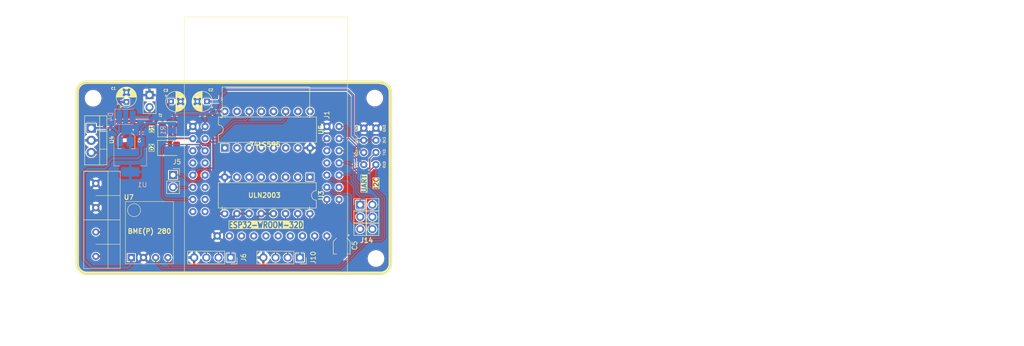
<source format=kicad_pcb>
(kicad_pcb (version 20240108) (generator "pcbnew") (generator_version "8.0")
  (layers (0 "F.Cu" signal) (31 "B.Cu" signal) (34 "B.Paste" user) (35 "F.Paste" user) (36 "B.SilkS" user "B.Silkscreen") (37 "F.SilkS" user "F.Silkscreen") (38 "B.Mask" user) (39 "F.Mask" user) (44 "Edge.Cuts" user))
  (net 0 "")
  (net 1 "GND")
  (net 2 "+3V3")
  (net 3 "+5V")
  (net 4 "/RXD")
  (net 5 "/TXD")
  (net 6 "/SDA")
  (net 7 "/OUT2")
  (net 8 "/SCL")
  (net 9 "/OUT1")
  (net 10 "/EN")
  (net 11 "/SOURCE2")
  (net 12 "/SOURCE1")
  (net 13 "/SOURCE3")
  (net 14 "/VDC")
  (net 15 "/DAC1")
  (net 16 "/DAC2")
  (net 17 "/GPIO13")
  (net 18 "/GPIO19")
  (net 19 "/GPIO17")
  (net 20 "/GPIO5")
  (net 21 "/GPIO18")
  (net 22 "/GPIO36")
  (net 23 "/ADC2_CH3")
  (net 24 "/GPIO32")
  (net 25 "/GPIO34")
  (net 26 "/SD_DATA1")
  (net 27 "/SD_DATA2")
  (net 28 "/SD_CLK")
  (net 29 "/SD_CMD")
  (net 30 "/SD_DATA3")
  (net 31 "/ADC2_CH0")
  (net 32 "/GPIO23")
  (net 33 "/SD_DATA0")
  (net 34 "/GPIO27")
  (net 35 "/ADC2_CH2")
  (net 36 "/BOOT")
  (net 37 "/GPIO39")
  (net 38 "/SOURCE4")
  (net 39 "/SOURCE5")
  (net 40 "/OE")
  (net 41 "/RCLK")
  (net 43 "/SRCLR")
  (net 44 "/SRCLK")
  (net 45 "/SER")
  (net 46 "/I1")
  (net 48 "/I3")
  (net 49 "/I6")
  (net 50 "/I7")
  (net 51 "/I5")
  (net 52 "/OUT3")
  (net 54 "/VIN")
  (footprint "Capacitor_THT:CP_Radial_D4.0mm_P2.00mm" (layer "F.Cu") (at 107 43.95 180)
    (property "Reference" "C2" (at -0.8 2.4 180) (layer "F.SilkS") (effects (font (size 0.5 0.5) (thickness 0.125))))
    (property "Value" "1uF")
    (pad "1" thru_hole rect (at 0 0 180) (size 1.2 1.2) (drill 0.6) (layers "*.Cu" "*.Mask") (net 2 "+3V3"))
    (pad "2" thru_hole circle (at 2 0 180) (size 1.2 1.2) (drill 0.6) (layers "*.Cu" "*.Mask") (net 1 "GND"))
  )
  (footprint "LED_SMD:LED_1210_3225Metric_Pad1.42x2.65mm_HandSolder" (layer "F.Cu") (at 99.1525 53.65)
    (property "Reference" "D2" (at -3.2 0 90) (layer "F.SilkS" knockout) (effects (font (size 0.8 0.8) (thickness 0.2) (bold yes)) (justify bottom)))
    (property "Value" "STATUS")
    (pad "1" smd roundrect (at -1.4875 0) (size 1.425 2.65) (layers "F.Cu" "F.Paste" "F.Mask") (roundrect_rratio 0.175439) (net 1 "GND"))
    (pad "2" smd roundrect (at 1.4875 0) (size 1.425 2.65) (layers "F.Cu" "F.Paste" "F.Mask") (roundrect_rratio 0.175439) (net 25 "/GPIO34"))
  )
  (footprint "Capacitor_SMD:CP_Elec_3x5.3" (layer "F.Cu") (at 90.2 52.05 -90)
    (property "Reference" "C4" (at 0 -2.7 90) (layer "F.SilkS") (effects (font (size 0.5 0.5) (thickness 0.125))))
    (property "Value" "0.1uF")
    (pad "1" smd rect (at -1.5 0 270) (size 2.2 1.6) (layers "F.Cu" "F.Paste" "F.Mask") (net 10 "/EN"))
    (pad "2" smd rect (at 1.5 0 270) (size 2.2 1.6) (layers "F.Cu" "F.Paste" "F.Mask") (net 1 "GND"))
  )
  (footprint "Alexander Footprints Library:ESP32-WROOM-Adapter-Socket-2" (layer "F.Cu") (at 119.3 56.79)
    (property "Reference" "J1" (at 12.7 -10.04 90) (layer "F.SilkS"))
    (property "Value" "~")
    (fp_text user "ESP32-WROOM-32D" (at 0 12.96 0) (layer "F.SilkS" knockout) (effects (font (size 1.25 1) (thickness 0.25) (bold yes))))
    (pad "" thru_hole circle (at -15.24 10.16) (size 1.524 1.524) (drill 0.762) (layers "*.Cu" "*.Mask"))
    (pad "" thru_hole circle (at -12.7 10.16) (size 1.524 1.524) (drill 0.762) (layers "*.Cu" "*.Mask"))
    (pad "1" thru_hole circle (at -15.24 -7.62) (size 1.524 1.524) (drill 0.762) (layers "*.Cu" "*.Mask") (net 1 "GND"))
    (pad "2" thru_hole circle (at -12.7 -7.62) (size 1.524 1.524) (drill 0.762) (layers "*.Cu" "*.Mask") (net 2 "+3V3"))
    (pad "3" thru_hole circle (at -15.24 -5.08) (size 1.524 1.524) (drill 0.762) (layers "*.Cu" "*.Mask") (net 10 "/EN"))
    (pad "4" thru_hole circle (at -12.7 -5.08) (size 1.524 1.524) (drill 0.762) (layers "*.Cu" "*.Mask") (net 22 "/GPIO36"))
    (pad "5" thru_hole circle (at -15.24 -2.54) (size 1.524 1.524) (drill 0.762) (layers "*.Cu" "*.Mask") (net 37 "/GPIO39"))
    (pad "6" thru_hole circle (at -12.7 -2.54) (size 1.524 1.524) (drill 0.762) (layers "*.Cu" "*.Mask") (net 25 "/GPIO34"))
    (pad "7" thru_hole circle (at -15.24 0) (size 1.524 1.524) (drill 0.762) (layers "*.Cu" "*.Mask") (net 52 "/OUT3"))
    (pad "8" thru_hole circle (at -12.7 0) (size 1.524 1.524) (drill 0.762) (layers "*.Cu" "*.Mask") (net 24 "/GPIO32"))
    (pad "9" thru_hole circle (at -15.24 2.54) (size 1.524 1.524) (drill 0.762) (layers "*.Cu" "*.Mask") (net 44 "/SRCLK"))
    (pad "10" thru_hole circle (at -12.7 2.54) (size 1.524 1.524) (drill 0.762) (layers "*.Cu" "*.Mask") (net 15 "/DAC1"))
    (pad "11" thru_hole circle (at -15.24 5.08) (size 1.524 1.524) (drill 0.762) (layers "*.Cu" "*.Mask") (net 16 "/DAC2"))
    (pad "12" thru_hole circle (at -12.7 5.08) (size 1.524 1.524) (drill 0.762) (layers "*.Cu" "*.Mask") (net 34 "/GPIO27"))
    (pad "13" thru_hole circle (at -15.24 7.62) (size 1.524 1.524) (drill 0.762) (layers "*.Cu" "*.Mask") (net 45 "/SER"))
    (pad "14" thru_hole circle (at -12.7 7.62) (size 1.524 1.524) (drill 0.762) (layers "*.Cu" "*.Mask") (net 7 "/OUT2"))
    (pad "15" thru_hole circle (at -10.16 15.24 90) (size 1.524 1.524) (drill 0.762) (layers "*.Cu" "*.Mask") (net 1 "GND"))
    (pad "16" thru_hole circle (at -7.62 15.24 90) (size 1.524 1.524) (drill 0.762) (layers "*.Cu" "*.Mask") (net 17 "/GPIO13"))
    (pad "17" thru_hole circle (at -5.08 15.24 90) (size 1.524 1.524) (drill 0.762) (layers "*.Cu" "*.Mask") (net 27 "/SD_DATA2"))
    (pad "18" thru_hole circle (at -2.54 15.24 90) (size 1.524 1.524) (drill 0.762) (layers "*.Cu" "*.Mask") (net 30 "/SD_DATA3"))
    (pad "19" thru_hole circle (at 0 15.24 90) (size 1.524 1.524) (drill 0.762) (layers "*.Cu" "*.Mask") (net 29 "/SD_CMD"))
    (pad "20" thru_hole circle (at 2.54 15.24 90) (size 1.524 1.524) (drill 0.762) (layers "*.Cu" "*.Mask") (net 28 "/SD_CLK"))
    (pad "21" thru_hole circle (at 5.08 15.24 90) (size 1.524 1.524) (drill 0.762) (layers "*.Cu" "*.Mask") (net 33 "/SD_DATA0"))
    (pad "22" thru_hole circle (at 7.62 15.24 90) (size 1.524 1.524) (drill 0.762) (layers "*.Cu" "*.Mask") (net 26 "/SD_DATA1"))
    (pad "23" thru_hole circle (at 10.16 15.24 90) (size 1.524 1.524) (drill 0.762) (layers "*.Cu" "*.Mask") (net 23 "/ADC2_CH3"))
    (pad "24" thru_hole circle (at 12.7 15.24 90) (size 1.524 1.524) (drill 0.762) (layers "*.Cu" "*.Mask") (net 35 "/ADC2_CH2"))
    (pad "25" thru_hole circle (at 15.24 7.62) (size 1.524 1.524) (drill 0.762) (layers "*.Cu" "*.Mask") (net 36 "/BOOT"))
    (pad "26" thru_hole circle (at 12.7 7.62) (size 1.524 1.524) (drill 0.762) (layers "*.Cu" "*.Mask") (net 31 "/ADC2_CH0"))
    (pad "27" thru_hole circle (at 15.24 5.08) (size 1.524 1.524) (drill 0.762) (layers "*.Cu" "*.Mask") (net 9 "/OUT1"))
    (pad "28" thru_hole circle (at 12.7 5.08) (size 1.524 1.524) (drill 0.762) (layers "*.Cu" "*.Mask") (net 19 "/GPIO17"))
    (pad "29" thru_hole circle (at 15.24 2.54) (size 1.524 1.524) (drill 0.762) (layers "*.Cu" "*.Mask") (net 20 "/GPIO5"))
    (pad "30" thru_hole circle (at 12.7 2.54) (size 1.524 1.524) (drill 0.762) (layers "*.Cu" "*.Mask") (net 21 "/GPIO18"))
    (pad "31" thru_hole circle (at 15.24 0) (size 1.524 1.524) (drill 0.762) (layers "*.Cu" "*.Mask") (net 18 "/GPIO19"))
    (pad "32" thru_hole circle (at 12.7 0) (size 1.524 1.524) (drill 0.762) (layers "*.Cu" "*.Mask"))
    (pad "33" thru_hole circle (at 15.24 -2.54) (size 1.524 1.524) (drill 0.762) (layers "*.Cu" "*.Mask") (net 6 "/SDA"))
    (pad "34" thru_hole circle (at 12.7 -2.54) (size 1.524 1.524) (drill 0.762) (layers "*.Cu" "*.Mask") (net 4 "/RXD"))
    (pad "35" thru_hole circle (at 15.24 -5.08) (size 1.524 1.524) (drill 0.762) (layers "*.Cu" "*.Mask") (net 5 "/TXD"))
    (pad "36" thru_hole circle (at 12.7 -5.08) (size 1.524 1.524) (drill 0.762) (layers "*.Cu" "*.Mask") (net 8 "/SCL"))
    (pad "37" thru_hole circle (at 15.24 -7.62) (size 1.524 1.524) (drill 0.762) (layers "*.Cu" "*.Mask") (net 32 "/GPIO23"))
    (pad "38" thru_hole circle (at 12.7 -7.62) (size 1.524 1.524) (drill 0.762) (layers "*.Cu" "*.Mask") (net 1 "GND"))
  )
  (footprint "MountingHole:MountingHole_3mm" (layer "F.Cu") (at 142 43.25)
    (property "Reference" "H1" (hide yes))
    (property "Value" "MountingHole_Pad")
    (pad "" np_thru_hole circle (at 0 0) (size 3 3) (drill 3) (layers "*.Cu" "*.Mask"))
  )
  (footprint "MountingHole:MountingHole_3mm" (layer "F.Cu") (at 83.25 43.28)
    (property "Reference" "H2" (hide yes))
    (property "Value" "MountingHole_Pad")
    (pad "" np_thru_hole circle (at 0 0) (size 3 3) (drill 3) (layers "*.Cu" "*.Mask"))
  )
  (footprint "Package_DIP:DIP-16_W7.62mm" (layer "F.Cu") (at 128.475 59.75 -90)
    (property "Reference" "U3" (at 3.81 -2.33 90) (layer "F.SilkS") (effects (font (thickness 0.2) (bold yes))))
    (property "Value" "ULN2003")
    (pad "1" thru_hole rect (at 0 0 270) (size 1.6 1.6) (drill 0.8) (layers "*.Cu" "*.Mask") (net 49 "/I6"))
    (pad "2" thru_hole oval (at 0 2.54 270) (size 1.6 1.6) (drill 0.8) (layers "*.Cu" "*.Mask") (net 46 "/I1"))
    (pad "3" thru_hole oval (at 0 5.08 270) (size 1.6 1.6) (drill 0.8) (layers "*.Cu" "*.Mask") (net 48 "/I3"))
    (pad "4" thru_hole oval (at 0 7.62 270) (size 1.6 1.6) (drill 0.8) (layers "*.Cu" "*.Mask") (net 51 "/I5"))
    (pad "5" thru_hole oval (at 0 10.16 270) (size 1.6 1.6) (drill 0.8) (layers "*.Cu" "*.Mask") (net 51 "/I5"))
    (pad "6" thru_hole oval (at 0 12.7 270) (size 1.6 1.6) (drill 0.8) (layers "*.Cu" "*.Mask") (net 50 "/I7"))
    (pad "7" thru_hole oval (at 0 15.24 270) (size 1.6 1.6) (drill 0.8) (layers "*.Cu" "*.Mask") (net 50 "/I7"))
    (pad "8" thru_hole oval (at 0 17.78 270) (size 1.6 1.6) (drill 0.8) (layers "*.Cu" "*.Mask") (net 1 "GND"))
    (pad "9" thru_hole oval (at 7.62 17.78 270) (size 1.6 1.6) (drill 0.8) (layers "*.Cu" "*.Mask") (net 3 "+5V"))
    (pad "10" thru_hole oval (at 7.62 15.24 270) (size 1.6 1.6) (drill 0.8) (layers "*.Cu" "*.Mask") (net 11 "/SOURCE2"))
    (pad "11" thru_hole oval (at 7.62 12.7 270) (size 1.6 1.6) (drill 0.8) (layers "*.Cu" "*.Mask") (net 11 "/SOURCE2"))
    (pad "12" thru_hole oval (at 7.62 10.16 270) (size 1.6 1.6) (drill 0.8) (layers "*.Cu" "*.Mask") (net 12 "/SOURCE1"))
    (pad "13" thru_hole oval (at 7.62 7.62 270) (size 1.6 1.6) (drill 0.8) (layers "*.Cu" "*.Mask") (net 12 "/SOURCE1"))
    (pad "14" thru_hole oval (at 7.62 5.08 270) (size 1.6 1.6) (drill 0.8) (layers "*.Cu" "*.Mask") (net 39 "/SOURCE5"))
    (pad "15" thru_hole oval (at 7.62 2.54 270) (size 1.6 1.6) (drill 0.8) (layers "*.Cu" "*.Mask") (net 38 "/SOURCE4"))
    (pad "16" thru_hole oval (at 7.62 0 270) (size 1.6 1.6) (drill 0.8) (layers "*.Cu" "*.Mask") (net 13 "/SOURCE3"))
  )
  (footprint "Alexander Footprints Library:Conn_Terminal_5mm" (layer "F.Cu") (at 83.82 53.44)
    (property "Reference" "J9" (hide yes))
    (property "Value" "Conn_01x02_Socket")
    (pad "1" thru_hole circle (at 0 7.62) (size 1.524 1.524) (drill 0.762) (layers "*.Cu" "*.Mask") (net 1 "GND"))
    (pad "2" thru_hole circle (at 0 12.7) (size 1.524 1.524) (drill 0.762) (layers "*.Cu" "*.Mask") (net 1 "GND"))
  )
  (footprint "Package_DIP:DIP-16_W7.62mm" (layer "F.Cu") (at 110.725 53.65 90)
    (property "Reference" "U5" (at 3.8 20.075 -90) (layer "F.SilkS") (effects (font (thickness 0.2) (bold yes))))
    (property "Value" "74LS595")
    (pad "1" thru_hole rect (at 0 0 90) (size 1.6 1.6) (drill 0.8) (layers "*.Cu" "*.Mask") (net 46 "/I1"))
    (pad "2" thru_hole oval (at 0 2.54 90) (size 1.6 1.6) (drill 0.8) (layers "*.Cu" "*.Mask") (net 50 "/I7"))
    (pad "3" thru_hole oval (at 0 5.08 90) (size 1.6 1.6) (drill 0.8) (layers "*.Cu" "*.Mask") (net 50 "/I7"))
    (pad "4" thru_hole oval (at 0 7.62 90) (size 1.6 1.6) (drill 0.8) (layers "*.Cu" "*.Mask") (net 51 "/I5"))
    (pad "5" thru_hole oval (at 0 10.16 90) (size 1.6 1.6) (drill 0.8) (layers "*.Cu" "*.Mask") (net 51 "/I5"))
    (pad "6" thru_hole oval (at 0 12.7 90) (size 1.6 1.6) (drill 0.8) (layers "*.Cu" "*.Mask") (net 48 "/I3"))
    (pad "7" thru_hole oval (at 0 15.24 90) (size 1.6 1.6) (drill 0.8) (layers "*.Cu" "*.Mask") (net 49 "/I6"))
    (pad "8" thru_hole oval (at 0 17.78 90) (size 1.6 1.6) (drill 0.8) (layers "*.Cu" "*.Mask") (net 1 "GND"))
    (pad "9" thru_hole oval (at 7.62 17.78 90) (size 1.6 1.6) (drill 0.8) (layers "*.Cu" "*.Mask"))
    (pad "10" thru_hole oval (at 7.62 15.24 90) (size 1.6 1.6) (drill 0.8) (layers "*.Cu" "*.Mask") (net 43 "/SRCLR"))
    (pad "11" thru_hole oval (at 7.62 12.7 90) (size 1.6 1.6) (drill 0.8) (layers "*.Cu" "*.Mask") (net 44 "/SRCLK"))
    (pad "12" thru_hole oval (at 7.62 10.16 90) (size 1.6 1.6) (drill 0.8) (layers "*.Cu" "*.Mask") (net 41 "/RCLK"))
    (pad "13" thru_hole oval (at 7.62 7.62 90) (size 1.6 1.6) (drill 0.8) (layers "*.Cu" "*.Mask") (net 40 "/OE"))
    (pad "14" thru_hole oval (at 7.62 5.08 90) (size 1.6 1.6) (drill 0.8) (layers "*.Cu" "*.Mask") (net 45 "/SER"))
    (pad "15" thru_hole oval (at 7.62 2.54 90) (size 1.6 1.6) (drill 0.8) (layers "*.Cu" "*.Mask"))
    (pad "16" thru_hole oval (at 7.62 0 90) (size 1.6 1.6) (drill 0.8) (layers "*.Cu" "*.Mask") (net 3 "+5V"))
  )
  (footprint "Connector_PinSocket_2.54mm:PinSocket_1x02_P2.54mm_Vertical" (layer "F.Cu") (at 95.025 42.6)
    (property "Reference" "J2" (at 2.275 4.25 90) (layer "F.SilkS") (effects (font (size 0.5 0.5) (thickness 0.125))))
    (property "Value" "PWR")
    (pad "1" thru_hole rect (at 0 0) (size 1.7 1.7) (drill 1) (layers "*.Cu" "*.Mask") (net 1 "GND"))
    (pad "2" thru_hole oval (at 0 2.54) (size 1.7 1.7) (drill 1) (layers "*.Cu" "*.Mask") (net 14 "/VDC"))
  )
  (footprint "Connector_PinSocket_2.54mm:PinSocket_1x04_P2.54mm_Vertical" (layer "F.Cu") (at 111.94 76.55 -90)
    (property "Reference" "J6" (at 0 -2.7 -90) (layer "F.SilkS"))
    (property "Value" "SOURCE")
    (pad "1" thru_hole rect (at 0 0 270) (size 1.7 1.7) (drill 1) (layers "*.Cu" "*.Mask") (net 13 "/SOURCE3"))
    (pad "2" thru_hole oval (at 0 2.54 270) (size 1.7 1.7) (drill 1) (layers "*.Cu" "*.Mask") (net 38 "/SOURCE4"))
    (pad "3" thru_hole oval (at 0 5.08 270) (size 1.7 1.7) (drill 1) (layers "*.Cu" "*.Mask") (net 39 "/SOURCE5"))
    (pad "4" thru_hole oval (at 0 7.62 270) (size 1.7 1.7) (drill 1) (layers "*.Cu" "*.Mask") (net 1 "GND"))
  )
  (footprint "Connector_PinSocket_2.54mm:PinSocket_1x04_P2.54mm_Vertical" (layer "F.Cu") (at 126.38 76.55 -90)
    (property "Reference" "J10" (at 0 -2.77 90) (layer "F.SilkS"))
    (property "Value" "ADC")
    (pad "1" thru_hole rect (at 0 0 270) (size 1.7 1.7) (drill 1) (layers "*.Cu" "*.Mask") (net 35 "/ADC2_CH2"))
    (pad "2" thru_hole oval (at 0 2.54 270) (size 1.7 1.7) (drill 1) (layers "*.Cu" "*.Mask") (net 23 "/ADC2_CH3"))
    (pad "3" thru_hole oval (at 0 5.08 270) (size 1.7 1.7) (drill 1) (layers "*.Cu" "*.Mask") (net 31 "/ADC2_CH0"))
    (pad "4" thru_hole oval (at 0 7.62 270) (size 1.7 1.7) (drill 1) (layers "*.Cu" "*.Mask") (net 1 "GND"))
  )
  (footprint "Capacitor_SMD:CP_Elec_3x5.3" (layer "F.Cu") (at 135.1 74.05 -90)
    (property "Reference" "C5" (at 0 -2.7 90) (layer "F.SilkS"))
    (property "Value" "0.1uF")
    (pad "1" smd rect (at -1.5 0 270) (size 2.2 1.6) (layers "F.Cu" "F.Paste" "F.Mask") (net 36 "/BOOT"))
    (pad "2" smd rect (at 1.5 0 270) (size 2.2 1.6) (layers "F.Cu" "F.Paste" "F.Mask") (net 1 "GND"))
  )
  (footprint "Capacitor_THT:CP_Radial_D4.0mm_P2.00mm" (layer "F.Cu") (at 99.5 43.95)
    (property "Reference" "C3" (at -1.1 -2.3 0) (layer "F.SilkS") (effects (font (size 0.5 0.5) (thickness 0.125))))
    (property "Value" "1uF")
    (pad "1" thru_hole rect (at 0 0) (size 1.2 1.2) (drill 0.6) (layers "*.Cu" "*.Mask") (net 3 "+5V"))
    (pad "2" thru_hole circle (at 2 0) (size 1.2 1.2) (drill 0.6) (layers "*.Cu" "*.Mask") (net 1 "GND"))
  )
  (footprint "Connector_PinSocket_2.54mm:PinSocket_1x02_P2.54mm_Vertical" (layer "F.Cu") (at 99.925 59.3)
    (property "Reference" "J5" (at 1.775 -2.15 0) (layer "F.SilkS") (effects (justify right bottom)))
    (property "Value" "DAC")
    (pad "1" thru_hole rect (at 0 0) (size 1.7 1.7) (drill 1) (layers "*.Cu" "*.Mask") (net 15 "/DAC1"))
    (pad "2" thru_hole oval (at 0 2.54) (size 1.7 1.7) (drill 1) (layers "*.Cu" "*.Mask") (net 16 "/DAC2"))
  )
  (footprint "Alexander Footprint Library:CONN_2x3" (layer "F.Cu") (at 138.96 60.43)
    (property "Reference" "J14" (at 1.34 13.12 0) (layer "F.SilkS") (effects (font (thickness 0.2) (bold yes)) (justify bottom)))
    (property "Value" "GPIO")
    (pad "1" thru_hole rect (at 0 5.08) (size 1.7 1.7) (drill 1) (layers "*.Cu" "*.Mask") (net 20 "/GPIO5"))
    (pad "2" thru_hole oval (at 0 7.62) (size 1.7 1.7) (drill 1) (layers "*.Cu" "*.Mask") (net 21 "/GPIO18"))
    (pad "3" thru_hole oval (at 0 10.16) (size 1.7 1.7) (drill 1) (layers "*.Cu" "*.Mask"))
    (pad "4" thru_hole oval (at 2.54 5.08) (size 1.7 1.7) (drill 1) (layers "*.Cu" "*.Mask") (net 32 "/GPIO23"))
    (pad "5" thru_hole oval (at 2.54 7.62) (size 1.7 1.7) (drill 1) (layers "*.Cu" "*.Mask") (net 18 "/GPIO19"))
    (pad "6" thru_hole oval (at 2.54 10.16) (size 1.7 1.7) (drill 1) (layers "*.Cu" "*.Mask") (net 19 "/GPIO17"))
  )
  (footprint "Alexander Footprints Library:Conn_UART" (layer "F.Cu") (at 139.7 41.9)
    (property "Reference" "J3" (hide yes))
    (property "Value" "UART")
    (fp_text user "3V3" (at 4.3 10.15 90) (layer "F.SilkS") (effects (font (size 0.5 0.5) (thickness 0.1))))
    (fp_text user "GND" (at 4.3 7.65 90) (layer "F.SilkS") (effects (font (size 0.5 0.5) (thickness 0.1))))
    (fp_text user "RXD" (at 4.3 15.25 90) (layer "F.SilkS") (effects (font (size 0.5 0.5) (thickness 0.1))))
    (fp_text user "TXD" (at 4.3 12.66 90) (layer "F.SilkS") (effects (font (size 0.5 0.5) (thickness 0.1))))
    (fp_text user "UART" (at 0.1 19.25 90) (layer "F.SilkS" knockout) (effects (font (thickness 0.2) (bold yes))))
    (pad "3V3" thru_hole circle (at 0 10.16) (size 1.524 1.524) (drill 0.762) (layers "*.Cu" "*.Mask") (net 2 "+3V3"))
    (pad "GND" thru_hole circle (at 0 7.62) (size 1.524 1.524) (drill 0.762) (layers "*.Cu" "*.Mask") (net 1 "GND"))
    (pad "RXD" thru_hole circle (at 0 15.24) (size 1.524 1.524) (drill 0.762) (layers "*.Cu" "*.Mask") (net 4 "/RXD"))
    (pad "TXD" thru_hole circle (at 0 12.7) (size 1.524 1.524) (drill 0.762) (layers "*.Cu" "*.Mask") (net 5 "/TXD"))
  )
  (footprint "Capacitor_THT:CP_Radial_D4.0mm_P2.00mm" (layer "F.Cu") (at 90.2 44.05 90)
    (property "Reference" "C1" (at 2.8 -2.7 0) (layer "F.SilkS") (effects (font (size 0.5 0.5) (thickness 0.125))))
    (property "Value" "1uF")
    (pad "1" thru_hole rect (at 0 0 90) (size 1.2 1.2) (drill 0.6) (layers "*.Cu" "*.Mask") (net 54 "/VIN"))
    (pad "2" thru_hole circle (at 2 0 90) (size 1.2 1.2) (drill 0.6) (layers "*.Cu" "*.Mask") (net 1 "GND"))
  )
  (footprint "Alexander Footprint Library:BME280_BMP280_I2C" (layer "F.Cu") (at 90 77.85 90)
    (property "Reference" "U7" (at 13.9 0.7 0) (layer "F.SilkS") (effects (font (thickness 0.2) (bold yes))))
    (property "Value" "BME(P)280")
    (fp_text user "BME(P) 280" (at 6.8 5 0) (layer "F.SilkS") (effects (font (thickness 0.2) (bold yes))))
    (pad "1" thru_hole rect (at 1.3 1.22 90) (size 1.524 1.524) (drill 0.762) (layers "*.Cu" "*.Mask") (net 2 "+3V3"))
    (pad "2" thru_hole circle (at 1.3 3.76 90) (size 1.524 1.524) (drill 0.762) (layers "*.Cu" "*.Mask") (net 1 "GND"))
    (pad "3" thru_hole circle (at 1.3 6.3 90) (size 1.524 1.524) (drill 0.762) (layers "*.Cu" "*.Mask") (net 8 "/SCL"))
    (pad "4" thru_hole circle (at 1.3 8.84 90) (size 1.524 1.524) (drill 0.762) (layers "*.Cu" "*.Mask") (net 6 "/SDA"))
  )
  (footprint "Alexander Footprints Library:LD1117" (layer "F.Cu") (at 82.855 49.52 -90)
    (property "Reference" "U4" (at 3.33 -4.745 90) (layer "F.SilkS") (effects (font (size 0.8 0.8) (thickness 0.16) (bold yes)) (justify left bottom)))
    (property "Value" "L7805")
    (pad "1" thru_hole rect (at 0 0 270) (size 1.905 2) (drill 1.1) (layers "*.Cu" "*.Mask") (net 54 "/VIN"))
    (pad "2" thru_hole oval (at 2.54 0 270) (size 1.905 2) (drill 1.1) (layers "*.Cu" "*.Mask") (net 1 "GND"))
    (pad "3" thru_hole oval (at 5.08 0 270) (size 1.905 2) (drill 1.1) (layers "*.Cu" "*.Mask") (net 3 "+5V"))
  )
  (footprint "Alexander Footprints Library:Conn_I2C" (layer "F.Cu") (at 142.24 41.9)
    (property "Reference" "J4" (hide yes))
    (property "Value" "I2C")
    (fp_text user "I2C" (at 0.06 19.15 90) (layer "F.SilkS" knockout) (effects (font (thickness 0.2) (bold yes))))
    (fp_text user "SCL" (at -4.04 15.25 90) (layer "F.SilkS") (effects (font (size 0.5 0.5) (thickness 0.1))))
    (fp_text user "SDA" (at -4.04 12.766 90) (layer "F.SilkS") (effects (font (size 0.5 0.5) (thickness 0.1))))
    (fp_text user "GND" (at -4.04 7.65 90) (layer "F.SilkS") (effects (font (size 0.5 0.5) (thickness 0.1))))
    (fp_text user "Vcc" (at -4.04 10.26 90) (layer "F.SilkS") (effects (font (size 0.5 0.5) (thickness 0.1))))
    (pad "GND" thru_hole circle (at 0 7.62) (size 1.524 1.524) (drill 0.762) (layers "*.Cu" "*.Mask") (net 1 "GND"))
    (pad "SCL" thru_hole circle (at 0 15.24) (size 1.524 1.524) (drill 0.762) (layers "*.Cu" "*.Mask") (net 8 "/SCL"))
    (pad "SDA" thru_hole circle (at 0 12.7) (size 1.524 1.524) (drill 0.762) (layers "*.Cu" "*.Mask") (net 6 "/SDA"))
    (pad "Vcc" thru_hole circle (at 0 10.16) (size 1.524 1.524) (drill 0.762) (layers "*.Cu" "*.Mask") (net 2 "+3V3"))
  )
  (footprint "LED_SMD:LED_1210_3225Metric_Pad1.42x2.65mm_HandSolder" (layer "F.Cu") (at 99.2 49.75)
    (property "Reference" "D1" (at -3.2475 0 90) (layer "F.SilkS" knockout) (effects (font (size 0.8 0.8) (thickness 0.16) (bold yes)) (justify bottom)))
    (property "Value" "PWR")
    (pad "1" smd roundrect (at -1.4875 0) (size 1.425 2.65) (layers "F.Cu" "F.Paste" "F.Mask") (roundrect_rratio 0.175439) (net 1 "GND"))
    (pad "2" smd roundrect (at 1.4875 0) (size 1.425 2.65) (layers "F.Cu" "F.Paste" "F.Mask") (roundrect_rratio 0.175439) (net 2 "+3V3"))
  )
  (footprint "MountingHole:MountingHole_3mm" (layer "F.Cu") (at 142.25 76.75)
    (property "Reference" "H4" (hide yes))
    (property "Value" "MountingHole_Pad")
    (pad "" np_thru_hole circle (at 0 0) (size 3 3) (drill 3) (layers "*.Cu" "*.Mask"))
  )
  (footprint "Alexander Footprints Library:Conn_Terminal_5mm" (layer "F.Cu") (at 83.82 63.6)
    (property "Reference" "J8" (hide yes))
    (property "Value" "Conn_01x02_Socket")
    (pad "1" thru_hole circle (at 0 7.62) (size 1.524 1.524) (drill 0.762) (layers "*.Cu" "*.Mask") (net 11 "/SOURCE2"))
    (pad "2" thru_hole circle (at 0 12.7) (size 1.524 1.524) (drill 0.762) (layers "*.Cu" "*.Mask") (net 12 "/SOURCE1"))
  )
  (footprint "Resistor_SMD:R_1206_3216Metric_Pad1.30x1.75mm_HandSolder" (layer "B.Cu") (at 99.7 50 -90)
    (property "Reference" "R1" (at 0 1.82 90) (layer "B.SilkS") (effects (justify mirror)))
    (property "Value" "10K")
    (pad "1" smd roundrect (at -1.55 0 270) (size 1.3 1.75) (layers "B.Cu" "B.Paste" "B.Mask") (roundrect_rratio 0.192308) (net 2 "+3V3"))
    (pad "2" smd roundrect (at 1.55 0 270) (size 1.3 1.75) (layers "B.Cu" "B.Paste" "B.Mask") (roundrect_rratio 0.192308) (net 10 "/EN"))
  )
  (footprint "Diode_SMD:D_1210_3225Metric" (layer "B.Cu") (at 90.1 47.15)
    (property "Reference" "D4" (at -3.2 0 -90) (layer "B.SilkS") (effects (justify mirror)))
    (property "Value" "D")
    (pad "1" smd roundrect (at -1.4 0) (size 1.25 2.65) (layers "B.Cu" "B.Paste" "B.Mask") (roundrect_rratio 0.2) (net 54 "/VIN"))
    (pad "2" smd roundrect (at 1.4 0) (size 1.25 2.65) (layers "B.Cu" "B.Paste" "B.Mask") (roundrect_rratio 0.2) (net 14 "/VDC"))
  )
  (footprint "Package_TO_SOT_SMD:SOT-223-3_TabPin2" (layer "B.Cu") (at 91 55.5 -90)
    (property "Reference" "U1" (at 5.25 -3.6 0) (layer "B.SilkS") (effects (justify left top mirror)))
    (property "Value" "MAX1726EUK33")
    (pad "1" smd rect (at -3.15 2.3 270) (size 2 1.5) (layers "B.Cu" "B.Paste" "B.Mask") (net 54 "/VIN"))
    (pad "2" smd rect (at -3.15 0 270) (size 2 1.5) (layers "B.Cu" "B.Paste" "B.Mask") (net 1 "GND"))
    (pad "2" smd rect (at 3.15 0 270) (size 2 3.8) (layers "B.Cu" "B.Paste" "B.Mask") (net 1 "GND"))
    (pad "3" smd rect (at -3.15 -2.3 270) (size 2 1.5) (layers "B.Cu" "B.Paste" "B.Mask") (net 2 "+3V3"))
  )
  (gr_line (start 145.25 41.86421) (end 145.25 77.835782) (stroke (width 0.75)) (layer "F.SilkS"))
  (gr_line (start 81.914218 39.914218) (end 143.08579 39.914218) (stroke (width 0.75)) (layer "F.SilkS"))
  (gr_arc (start 145.25 77.835782) (mid 144.664218 79.25) (end 143.25 79.835782) (stroke (width 0.75)) (layer "F.SilkS"))
  (gr_line (start 79.914218 41.86421) (end 79.914218 77.835782) (stroke (width 0.75)) (layer "F.SilkS"))
  (gr_arc (start 81.914218 79.835782) (mid 80.5 79.25) (end 79.914218 77.835782) (stroke (width 0.75)) (layer "F.SilkS"))
  (gr_arc (start 143.25 40) (mid 144.664218 40.585782) (end 145.25 42) (stroke (width 0.75)) (layer "F.SilkS"))
  (gr_arc (start 79.914218 41.914218) (mid 80.5 40.5) (end 81.914218 39.914218) (stroke (width 0.75)) (layer "F.SilkS"))
  (gr_line (start 81.914214 79.835782) (end 143.085786 79.835782) (stroke (width 0.75)) (layer "F.SilkS"))
  (gr_line (start 80 42) (end 80.014214 77.985786) (stroke (width 0.1)) (layer "Edge.Cuts"))
  (gr_arc (start 143.185786 40.014214) (mid 144.6 40.6) (end 145.185786 42.014214) (stroke (width 0.1)) (layer "Edge.Cuts"))
  (gr_arc (start 82.014214 79.985786) (mid 80.6 79.4) (end 80.014214 77.985786) (stroke (width 0.1)) (layer "Edge.Cuts"))
  (gr_line (start 145.185786 42.014214) (end 145.185786 77.985786) (stroke (width 0.1)) (layer "Edge.Cuts"))
  (gr_arc (start 80 42) (mid 80.585786 40.585786) (end 82 40) (stroke (width 0.1)) (layer "Edge.Cuts"))
  (gr_line (start 82.014214 79.985786) (end 143.185786 79.985786) (stroke (width 0.1)) (layer "Edge.Cuts"))
  (gr_arc (start 145.185786 77.985786) (mid 144.6 79.4) (end 143.185786 79.985786) (stroke (width 0.1)) (layer "Edge.Cuts"))
  (gr_line (start 143.185786 40.014214) (end 82 40) (stroke (width 0.1)) (layer "Edge.Cuts"))
  (gr_text "74LS595" (at 119.057143 52.95 0) (layer "F.SilkS") (effects (font (size 1 1) (thickness 0.2) (bold yes))))
  (gr_text "ULN2003" (at 115.5 64.124 0) (layer "F.SilkS") (effects (font (size 1 1) (thickness 0.2) (bold yes)) (justify left bottom)))
  (segment (start 84.21 65.75) (end 83.82 66.14) (width 0.5) (layer "F.Cu") (net 1))
  (segment (start 103.448 50.498) (end 102.7 49.75) (width 0.25) (layer "F.Cu") (net 2))
  (segment (start 109.8 43.45) (end 109.3 43.95) (width 0.5) (layer "F.Cu") (net 2))
  (segment (start 106.6 49.17) (end 105.272 50.498) (width 0.25) (layer "F.Cu") (net 2))
  (segment (start 138.46 52.06) (end 137.4 51) (width 0.5) (layer "F.Cu") (net 2))
  (segment (start 109.3 43.95) (end 107 43.95) (width 0.5) (layer "F.Cu") (net 2))
  (segment (start 109.8 42.35) (end 109.8 43.45) (width 0.5) (layer "F.Cu") (net 2))
  (segment (start 105.272 50.498) (end 103.448 50.498) (width 0.25) (layer "F.Cu") (net 2))
  (segment (start 102.7 49.75) (end 100.6875 49.75) (width 0.25) (layer "F.Cu") (net 2))
  (segment (start 137.4 51) (end 137.4 42.6) (width 0.5) (layer "F.Cu") (net 2))
  (segment (start 137.4 42.6) (end 136.3 41.5) (width 0.5) (layer "F.Cu") (net 2))
  (segment (start 139.7 52.06) (end 138.46 52.06) (width 0.5) (layer "F.Cu") (net 2))
  (segment (start 110.65 41.5) (end 109.8 42.35) (width 0.5) (layer "F.Cu") (net 2))
  (segment (start 136.3 41.5) (end 110.65 41.5) (width 0.5) (layer "F.Cu") (net 2))
  (segment (start 107 43.95) (end 109.55 43.95) (width 0.5) (layer "B.Cu") (net 2))
  (segment (start 81.3 58.9) (end 82.15 58.05) (width 0.5) (layer "B.Cu") (net 2))
  (segment (start 100 48.45) (end 100 47.25) (width 0.5) (layer "B.Cu") (net 2))
  (segment (start 138.56 52.06) (end 139.7 52.06) (width 0.5) (layer "B.Cu") (net 2))
  (segment (start 91.22 76.55) (end 91.22 77.93) (width 0.5) (layer "B.Cu") (net 2))
  (segment (start 81.3 76.95) (end 81.3 58.9) (width 0.5) (layer "B.Cu") (net 2))
  (segment (start 137.5 51) (end 138.56 52.06) (width 0.5) (layer "B.Cu") (net 2))
  (segment (start 106.6 47.6) (end 106.6 49.17) (width 0.5) (layer "B.Cu") (net 2))
  (segment (start 139.7 52.06) (end 142.24 52.06) (width 0.5) (layer "B.Cu") (net 2))
  (segment (start 86.5 57.25) (end 86.5 56.55) (width 0.5) (layer "B.Cu") (net 2))
  (segment (start 137.5 42.75) (end 137.5 51) (width 0.5) (layer "B.Cu") (net 2))
  (segment (start 92.6 55.85) (end 93.3 55.15) (width 0.5) (layer "B.Cu") (net 2))
  (segment (start 93.3 49.55) (end 94.4 48.45) (width 0.5) (layer "B.Cu") (net 2))
  (segment (start 109.55 43.95) (end 109.75 43.75) (width 0.5) (layer "B.Cu") (net 2))
  (segment (start 85.7 58.05) (end 86.5 57.25) (width 0.5) (layer "B.Cu") (net 2))
  (segment (start 87.2 55.85) (end 92.6 55.85) (width 0.5) (layer "B.Cu") (net 2))
  (segment (start 100 47.25) (end 100.75 46.5) (width 0.5) (layer "B.Cu") (net 2))
  (segment (start 136.25 41.5) (end 137.5 42.75) (width 0.5) (layer "B.Cu") (net 2))
  (segment (start 82.15 58.05) (end 85.7 58.05) (width 0.5) (layer "B.Cu") (net 2))
  (segment (start 94.4 48.45) (end 100 48.45) (width 0.5) (layer "B.Cu") (net 2))
  (segment (start 100.75 46.5) (end 105.5 46.5) (width 0.5) (layer "B.Cu") (net 2))
  (segment (start 108.55 46.5) (end 109.75 45.3) (width 0.5) (layer "B.Cu") (net 2))
  (segment (start 105.5 46.5) (end 106.6 47.6) (width 0.5) (layer "B.Cu") (net 2))
  (segment (start 93.3 55.15) (end 93.3 52.35) (width 0.5) (layer "B.Cu") (net 2))
  (segment (start 109.75 43.75) (end 109.75 43) (width 0.5) (layer "B.Cu") (net 2))
  (segment (start 105.5 46.5) (end 108.55 46.5) (width 0.5) (layer "B.Cu") (net 2))
  (segment (start 109.75 43) (end 111.25 41.5) (width 0.5) (layer "B.Cu") (net 2))
  (segment (start 93.3 52.35) (end 93.3 49.55) (width 0.5) (layer "B.Cu") (net 2))
  (segment (start 90.5 78.65) (end 83 78.65) (width 0.5) (layer "B.Cu") (net 2))
  (segment (start 106.77 49) (end 106.6 49.17) (width 0.5) (layer "B.Cu") (net 2))
  (segment (start 109.75 45.3) (end 109.75 43.75) (width 0.5) (layer "B.Cu") (net 2))
  (segment (start 86.5 56.55) (end 87.2 55.85) (width 0.5) (layer "B.Cu") (net 2))
  (segment (start 91.22 77.93) (end 90.5 78.65) (width 0.5) (layer "B.Cu") (net 2))
  (segment (start 83 78.65) (end 81.3 76.95) (width 0.5) (layer "B.Cu") (net 2))
  (segment (start 111.25 41.5) (end 136.25 41.5) (width 0.5) (layer "B.Cu") (net 2))
  (segment (start 107.481599 46.686599) (end 108.138198 46.03) (width 0.5) (layer "F.Cu") (net 3))
  (segment (start 108.138198 46.03) (end 110.725 46.03) (width 0.5) (layer "F.Cu") (net 3))
  (segment (start 108.3 47.505) (end 107.481599 46.686599) (width 0.5) (layer "F.Cu") (net 3))
  (segment (start 96.763401 46.686599) (end 96.7 46.75) (width 0.5) (layer "F.Cu") (net 3))
  (segment (start 95.45 48) (end 88.15 48) (width 0.5) (layer "F.Cu") (net 3))
  (segment (start 86.1 50.05) (end 86.1 53.75) (width 0.5) (layer "F.Cu") (net 3))
  (segment (start 96.7 46.75) (end 95.45 48) (width 0.5) (layer "F.Cu") (net 3))
  (segment (start 107.481599 46.686599) (end 96.763401 46.686599) (width 0.5) (layer "F.Cu") (net 3))
  (segment (start 88.15 48) (end 86.1 50.05) (width 0.5) (layer "F.Cu") (net 3))
  (segment (start 108.3 66.15) (end 108.3 47.505) (width 0.5) (layer "F.Cu") (net 3))
  (segment (start 99.5 43.95) (end 96.7 46.75) (width 0.5) (layer "F.Cu") (net 3))
  (segment (start 86.1 53.75) (end 85.25 54.6) (width 0.5) (layer "F.Cu") (net 3))
  (segment (start 109.52 67.37) (end 108.3 66.15) (width 0.5) (layer "F.Cu") (net 3))
  (segment (start 110.695 67.37) (end 109.52 67.37) (width 0.5) (layer "F.Cu") (net 3))
  (segment (start 85.25 54.6) (end 82.855 54.6) (width 0.5) (layer "F.Cu") (net 3))
  (segment (start 139.7 57.1) (end 139.7 57.14) (width 0.25) (layer "F.Cu") (net 4))
  (segment (start 133.25 53) (end 135.6 53) (width 0.25) (layer "F.Cu") (net 4))
  (segment (start 135.6 53) (end 139.7 57.1) (width 0.25) (layer "F.Cu") (net 4))
  (segment (start 132 54.25) (end 133.25 53) (width 0.25) (layer "F.Cu") (net 4))
  (segment (start 140.3 57.2) (end 139.3 57.2) (width 0.25) (layer "F.Cu") (net 4))
  (segment (start 136.61 51.71) (end 134.54 51.71) (width 0.25) (layer "F.Cu") (net 5))
  (segment (start 134.74 51.54) (end 134.62 51.66) (width 0.25) (layer "F.Cu") (net 5))
  (segment (start 139.5 54.6) (end 136.61 51.71) (width 0.25) (layer "F.Cu") (net 5))
  (segment (start 139.7 54.6) (end 139.5 54.6) (width 0.25) (layer "F.Cu") (net 5))
  (segment (start 138.59 58.3) (end 140.4 58.3) (width 0.25) (layer "F.Cu") (net 6))
  (segment (start 136.213604 54.25) (end 138 56.036396) (width 0.25) (layer "F.Cu") (net 6))
  (segment (start 138 57.71) (end 138.59 58.3) (width 0.25) (layer "F.Cu") (net 6))
  (segment (start 140.9 55.94) (end 142.24 54.6) (width 0.25) (layer "F.Cu") (net 6))
  (segment (start 140.9 57.8) (end 140.9 55.94) (width 0.25) (layer "F.Cu") (net 6))
  (segment (start 134.54 54.25) (end 136.213604 54.25) (width 0.25) (layer "F.Cu") (net 6))
  (segment (start 138 56.036396) (end 138 57.71) (width 0.25) (layer "F.Cu") (net 6))
  (segment (start 142.24 54.6) (end 142.24 55.26) (width 0.25) (layer "F.Cu") (net 6))
  (segment (start 140.4 58.3) (end 140.9 57.8) (width 0.25) (layer "F.Cu") (net 6))
  (segment (start 99.75 78.4) (end 134.55 78.4) (width 0.25) (layer "B.Cu") (net 6))
  (segment (start 141 61.65) (end 141 55.84) (width 0.25) (layer "B.Cu") (net 6))
  (segment (start 134.55 78.4) (end 140.418198 72.531802) (width 0.25) (layer "B.Cu") (net 6))
  (segment (start 143.55 64.2) (end 141 61.65) (width 0.25) (layer "B.Cu") (net 6))
  (segment (start 98.84 76.55) (end 98.84 77.49) (width 0.25) (layer "B.Cu") (net 6))
  (segment (start 143.281802 72.531802) (end 143.55 72.263604) (width 0.25) (layer "B.Cu") (net 6))
  (segment (start 143.55 72.263604) (end 143.55 64.2) (width 0.25) (layer "B.Cu") (net 6))
  (segment (start 140.418198 72.531802) (end 143.281802 72.531802) (width 0.25) (layer "B.Cu") (net 6))
  (segment (start 141 55.84) (end 142.24 54.6) (width 0.25) (layer "B.Cu") (net 6))
  (segment (start 98.84 77.49) (end 99.75 78.4) (width 0.25) (layer "B.Cu") (net 6))
  (segment (start 137.55 57.896396) (end 138.403604 58.75) (width 0.25) (layer "F.Cu") (net 8))
  (segment (start 131.5 55.5) (end 136.75 55.5) (width 0.25) (layer "F.Cu") (net 8))
  (segment (start 140.63 58.75) (end 142.24 57.14) (width 0.25) (layer "F.Cu") (net 8))
  (segment (start 136.75 55.5) (end 137.55 56.3) (width 0.25) (layer "F.Cu") (net 8))
  (segment (start 137.55 56.3) (end 137.55 57.896396) (width 0.25) (layer "F.Cu") (net 8))
  (segment (start 130.745 54.745) (end 131.5 55.5) (width 0.25) (layer "F.Cu") (net 8))
  (segment (start 130.745 52.995) (end 130.745 54.745) (width 0.25) (layer "F.Cu") (net 8))
  (segment (start 132.08 51.66) (end 130.745 52.995) (width 0.25) (layer "F.Cu") (net 8))
  (segment (start 138.403604 58.75) (end 140.63 58.75) (width 0.25) (layer "F.Cu") (net 8))
  (segment (start 134.8 78.85) (end 140.6 73.05) (width 0.25) (layer "B.Cu") (net 8))
  (segment (start 96.3 76.55) (end 96.3 77.45) (width 0.25) (layer "B.Cu") (net 8))
  (segment (start 144 72.45) (end 144 64.013604) (width 0.25) (layer "B.Cu") (net 8))
  (segment (start 96.3 77.45) (end 97.7 78.85) (width 0.25) (layer "B.Cu") (net 8))
  (segment (start 142.24 62.253604) (end 142.24 57.14) (width 0.25) (layer "B.Cu") (net 8))
  (segment (start 144 64.013604) (end 142.24 62.253604) (width 0.25) (layer "B.Cu") (net 8))
  (segment (start 143.4 73.05) (end 144 72.45) (width 0.25) (layer "B.Cu") (net 8))
  (segment (start 140.6 73.05) (end 143.4 73.05) (width 0.25) (layer "B.Cu") (net 8))
  (segment (start 97.7 78.85) (end 134.8 78.85) (width 0.25) (layer "B.Cu") (net 8))
  (segment (start 104.06 51.71) (end 96.16 51.71) (width 0.25) (layer "F.Cu") (net 10))
  (segment (start 96.16 51.71) (end 95 50.55) (width 0.25) (layer "F.Cu") (net 10))
  (segment (start 95 50.55) (end 90.2 50.55) (width 0.25) (layer "F.Cu") (net 10))
  (segment (start 103.72 52.05) (end 104.06 51.71) (width 0.25) (layer "F.Cu") (net 10))
  (segment (start 100 51.55) (end 103.9 51.55) (width 0.25) (layer "B.Cu") (net 10))
  (segment (start 103.9 51.55) (end 104.06 51.71) (width 0.25) (layer "B.Cu") (net 10))
  (segment (start 99 72.85) (end 102.7 69.15) (width 0.5) (layer "F.Cu") (net 11))
  (segment (start 102.7 69.15) (end 111.455 69.15) (width 0.5) (layer "F.Cu") (net 11))
  (segment (start 113.235 67.37) (end 115.775 67.37) (width 0.5) (layer "F.Cu") (net 11))
  (segment (start 111.455 69.15) (end 113.235 67.37) (width 0.5) (layer "F.Cu") (net 11))
  (segment (start 88 72.85) (end 99 72.85) (width 0.5) (layer "F.Cu") (net 11))
  (segment (start 86.37 71.22) (end 88 72.85) (width 0.5) (layer "F.Cu") (net 11))
  (segment (start 83.82 71.22) (end 86.37 71.22) (width 0.5) (layer "F.Cu") (net 11))
  (segment (start 99.5 74.05) (end 103.7 69.85) (width 0.5) (layer "F.Cu") (net 12))
  (segment (start 88.1 74.05) (end 99.5 74.05) (width 0.5) (layer "F.Cu") (net 12))
  (segment (start 118.315 67.37) (end 120.855 67.37) (width 0.5) (layer "F.Cu") (net 12))
  (segment (start 115.835 69.85) (end 118.315 67.37) (width 0.5) (layer "F.Cu") (net 12))
  (segment (start 85.85 76.3) (end 88.1 74.05) (width 0.5) (layer "F.Cu") (net 12))
  (segment (start 103.7 69.85) (end 115.835 69.85) (width 0.5) (layer "F.Cu") (net 12))
  (segment (start 83.82 76.3) (end 85.85 76.3) (width 0.5) (layer "F.Cu") (net 12))
  (segment (start 128.475 67.37) (end 128.475 68.575) (width 0.25) (layer "F.Cu") (net 13))
  (segment (start 125.7 72.55) (end 124.55 73.7) (width 0.25) (layer "F.Cu") (net 13))
  (segment (start 111.94 75.01) (end 111.94 76.55) (width 0.25) (layer "F.Cu") (net 13))
  (segment (start 124.55 73.7) (end 118.622792 73.7) (width 0.25) (layer "F.Cu") (net 13))
  (segment (start 128.475 68.575) (end 125.7 71.35) (width 0.25) (layer "F.Cu") (net 13))
  (segment (start 125.7 71.35) (end 125.7 72.55) (width 0.25) (layer "F.Cu") (net 13))
  (segment (start 117.872792 74.45) (end 112.5 74.45) (width 0.25) (layer "F.Cu") (net 13))
  (segment (start 112.5 74.45) (end 111.94 75.01) (width 0.25) (layer "F.Cu") (net 13))
  (segment (start 118.622792 73.7) (end 117.872792 74.45) (width 0.25) (layer "F.Cu") (net 13))
  (segment (start 95.025 46.725) (end 94.6 47.15) (width 0.5) (layer "B.Cu") (net 14))
  (segment (start 95.025 45.14) (end 95.025 46.725) (width 0.5) (layer "B.Cu") (net 14))
  (segment (start 94.6 47.15) (end 91.5 47.15) (width 0.5) (layer "B.Cu") (net 14))
  (segment (start 105.38 60.55) (end 103.1 60.55) (width 0.25) (layer "B.Cu") (net 15))
  (segment (start 106.6 59.33) (end 105.38 60.55) (width 0.25) (layer "B.Cu") (net 15))
  (segment (start 103.1 60.55) (end 101.85 59.3) (width 0.25) (layer "B.Cu") (net 15))
  (segment (start 101.85 59.3) (end 99.925 59.3) (width 0.25) (layer "B.Cu") (net 15))
  (segment (start 104.06 61.87) (end 99.955 61.87) (width 0.25) (layer "B.Cu") (net 16))
  (segment (start 104.03 61.84) (end 104.06 61.87) (width 0.25) (layer "B.Cu") (net 16))
  (segment (start 99.955 61.87) (end 99.925 61.84) (width 0.25) (layer "B.Cu") (net 16))
  (segment (start 138.5 62.85) (end 138.5 61.477208) (width 0.25) (layer "B.Cu") (net 18))
  (segment (start 137.5 60.477208) (end 137.5 57.55) (width 0.25) (layer "B.Cu") (net 18))
  (segment (start 138.5 61.477208) (end 137.5 60.477208) (width 0.25) (layer "B.Cu") (net 18))
  (segment (start 140.2 66.75) (end 140.2 64.55) (width 0.25) (layer "B.Cu") (net 18))
  (segment (start 141.5 68.05) (end 140.2 66.75) (width 0.25) (layer "B.Cu") (net 18))
  (segment (start 136.69 56.74) (end 134.62 56.74) (width 0.25) (layer "B.Cu") (net 18))
  (segment (start 140.2 64.55) (end 138.5 62.85) (width 0.25) (layer "B.Cu") (net 18))
  (segment (start 137.5 57.55) (end 136.69 56.74) (width 0.25) (layer "B.Cu") (net 18))
  (segment (start 141.5 70.59) (end 140.16 69.25) (width 0.25) (layer "B.Cu") (net 19))
  (segment (start 137.7 69.25) (end 137.1 68.65) (width 0.25) (layer "B.Cu") (net 19))
  (segment (start 140.16 69.25) (end 137.7 69.25) (width 0.25) (layer "B.Cu") (net 19))
  (segment (start 137.1 68.65) (end 137.1 63.59) (width 0.25) (layer "B.Cu") (net 19))
  (segment (start 133.41 63.15) (end 132.08 61.82) (width 0.25) (layer "B.Cu") (net 19))
  (segment (start 137.1 63.59) (end 136.66 63.15) (width 0.25) (layer "B.Cu") (net 19))
  (segment (start 136.66 63.15) (end 133.41 63.15) (width 0.25) (layer "B.Cu") (net 19))
  (segment (start 138.05 61.663604) (end 137.05 60.663604) (width 0.25) (layer "B.Cu") (net 20))
  (segment (start 137.05 60.663604) (end 137.05 59.7) (width 0.25) (layer "B.Cu") (net 20))
  (segment (start 136.63 59.28) (end 134.62 59.28) (width 0.25) (layer "B.Cu") (net 20))
  (segment (start 138.96 65.51) (end 138.96 63.946396) (width 0.25) (layer "B.Cu") (net 20))
  (segment (start 138.96 63.946396) (end 138.05 63.036396) (width 0.25) (layer "B.Cu") (net 20))
  (segment (start 138.05 63.036396) (end 138.05 61.663604) (width 0.25) (layer "B.Cu") (net 20))
  (segment (start 137.05 59.7) (end 136.63 59.28) (width 0.25) (layer "B.Cu") (net 20))
  (segment (start 138.96 68.05) (end 137.6 66.69) (width 0.25) (layer "B.Cu") (net 21))
  (segment (start 136.3 60.55) (end 133.35 60.55) (width 0.25) (layer "B.Cu") (net 21))
  (segment (start 137.6 66.69) (end 137.6 61.85) (width 0.25) (layer "B.Cu") (net 21))
  (segment (start 137.6 61.85) (end 136.3 60.55) (width 0.25) (layer "B.Cu") (net 21))
  (segment (start 133.35 60.55) (end 132.08 59.28) (width 0.25) (layer "B.Cu") (net 21))
  (segment (start 128.85 73.8) (end 129.46 73.19) (width 0.25) (layer "F.Cu") (net 23))
  (segment (start 125.722792 73.8) (end 128.85 73.8) (width 0.25) (layer "F.Cu") (net 23))
  (segment (start 129.46 73.19) (end 129.46 72.03) (width 0.25) (layer "F.Cu") (net 23))
  (segment (start 123.84 76.55) (end 123.84 75.31) (width 0.25) (layer "F.Cu") (net 23))
  (segment (start 123.84 75.31) (end 124.55 74.6) (width 0.25) (layer "F.Cu") (net 23))
  (segment (start 124.922792 74.6) (end 125.722792 73.8) (width 0.25) (layer "F.Cu") (net 23))
  (segment (start 124.55 74.6) (end 124.922792 74.6) (width 0.25) (layer "F.Cu") (net 23))
  (segment (start 105.3 52.95) (end 103 52.95) (width 0.25) (layer "F.Cu") (net 25))
  (segment (start 103 52.95) (end 102.3 53.65) (width 0.25) (layer "F.Cu") (net 25))
  (segment (start 106.6 54.25) (end 105.3 52.95) (width 0.25) (layer "F.Cu") (net 25))
  (segment (start 102.3 53.65) (end 100.64 53.65) (width 0.25) (layer "F.Cu") (net 25))
  (segment (start 121.3 74.95) (end 122.1 74.15) (width 0.25) (layer "F.Cu") (net 31))
  (segment (start 124.736396 74.15) (end 125.536396 73.35) (width 0.25) (layer "F.Cu") (net 31))
  (segment (start 125.536396 73.35) (end 127.5 73.35) (width 0.25) (layer "F.Cu") (net 31))
  (segment (start 132 66.95) (end 132 64.41) (width 0.25) (layer "F.Cu") (net 31))
  (segment (start 127.5 73.35) (end 128.2 72.65) (width 0.25) (layer "F.Cu") (net 31))
  (segment (start 128.2 70.75) (end 132 66.95) (width 0.25) (layer "F.Cu") (net 31))
  (segment (start 122.1 74.15) (end 124.736396 74.15) (width 0.25) (layer "F.Cu") (net 31))
  (segment (start 128.2 72.65) (end 128.2 70.75) (width 0.25) (layer "F.Cu") (net 31))
  (segment (start 121.3 76.55) (end 121.3 74.95) (width 0.25) (layer "F.Cu") (net 31))
  (segment (start 138.95 61.290812) (end 137.95 60.290812) (width 0.25) (layer "B.Cu") (net 32))
  (segment (start 136.4 51.45) (end 136.4 49.65) (width 0.25) (layer "B.Cu") (net 32))
  (segment (start 135.92 49.17) (end 134.54 49.17) (width 0.25) (layer "B.Cu") (net 32))
  (segment (start 138.95 62.663604) (end 138.95 61.290812) (width 0.25) (layer "B.Cu") (net 32))
  (segment (start 135.1 49.6) (end 134.62 49.12) (width 0.25) (layer "B.Cu") (net 32))
  (segment (start 137.95 60.290812) (end 137.95 53) (width 0.25) (layer "B.Cu") (net 32))
  (segment (start 141.1 63.65) (end 139.936396 63.65) (width 0.25) (layer "B.Cu") (net 32))
  (segment (start 141.5 64.05) (end 141.1 63.65) (width 0.25) (layer "B.Cu") (net 32))
  (segment (start 141.5 65.51) (end 141.5 64.05) (width 0.25) (layer "B.Cu") (net 32))
  (segment (start 137.95 53) (end 136.4 51.45) (width 0.25) (layer "B.Cu") (net 32))
  (segment (start 139.936396 63.65) (end 138.95 62.663604) (width 0.25) (layer "B.Cu") (net 32))
  (segment (start 136.4 49.65) (end 135.92 49.17) (width 0.25) (layer "B.Cu") (net 32))
  (segment (start 126.38 74.87) (end 127 74.25) (width 0.25) (layer "F.Cu") (net 35))
  (segment (start 132 73.65) (end 132 72.03) (width 0.25) (layer "F.Cu") (net 35))
  (segment (start 127 74.25) (end 131.4 74.25) (width 0.25) (layer "F.Cu") (net 35))
  (segment (start 131.4 74.25) (end 132 73.65) (width 0.25) (layer "F.Cu") (net 35))
  (segment (start 126.38 76.55) (end 126.38 74.87) (width 0.25) (layer "F.Cu") (net 35))
  (segment (start 134.77 64.64) (end 134.54 64.41) (width 0.25) (layer "F.Cu") (net 36))
  (segment (start 134.54 65.59) (end 135.1 66.15) (width 0.25) (layer "F.Cu") (net 36))
  (segment (start 135.1 66.15) (end 135.1 72.55) (width 0.25) (layer "F.Cu") (net 36))
  (segment (start 134.5 64.45) (end 134.54 64.41) (width 0.25) (layer "F.Cu") (net 36))
  (segment (start 134.54 64.41) (end 134.54 65.59) (width 0.25) (layer "F.Cu") (net 36))
  (segment (start 125.935 67.37) (end 125.935 68.615) (width 0.25) (layer "F.Cu") (net 38))
  (segment (start 117.686396 74) (end 110.25 74) (width 0.25) (layer "F.Cu") (net 38))
  (segment (start 118.436396 73.25) (end 117.686396 74) (width 0.25) (layer "F.Cu") (net 38))
  (segment (start 109.4 74.85) (end 109.4 76.55) (width 0.25) (layer "F.Cu") (net 38))
  (segment (start 125.935 68.615) (end 123.2 71.35) (width 0.25) (layer "F.Cu") (net 38))
  (segment (start 123.2 72.45) (end 122.4 73.25) (width 0.25) (layer "F.Cu") (net 38))
  (segment (start 123.2 71.35) (end 123.2 72.45) (width 0.25) (layer "F.Cu") (net 38))
  (segment (start 122.4 73.25) (end 118.436396 73.25) (width 0.25) (layer "F.Cu") (net 38))
  (segment (start 110.25 74) (end 109.4 74.85) (width 0.25) (layer "F.Cu") (net 38))
  (segment (start 123.395 69.155) (end 121.9 70.65) (width 0.25) (layer "F.Cu") (net 39))
  (segment (start 118.1 72.95) (end 117.5 73.55) (width 0.25) (layer "F.Cu") (net 39))
  (segment (start 106.86 74.59) (end 106.86 76.55) (width 0.25) (layer "F.Cu") (net 39))
  (segment (start 121.9 70.65) (end 118.7 70.65) (width 0.25) (layer "F.Cu") (net 39))
  (segment (start 118.1 71.25) (end 118.1 72.95) (width 0.25) (layer "F.Cu") (net 39))
  (segment (start 123.395 67.37) (end 123.395 69.155) (width 0.25) (layer "F.Cu") (net 39))
  (segment (start 107.9 73.55) (end 106.86 74.59) (width 0.25) (layer "F.Cu") (net 39))
  (segment (start 118.7 70.65) (end 118.1 71.25) (width 0.25) (layer "F.Cu") (net 39))
  (segment (start 117.5 73.55) (end 107.9 73.55) (width 0.25) (layer "F.Cu") (net 39))
  (segment (start 103.97 59.28) (end 104.14 59.28) (width 0.25) (layer "F.Cu") (net 44))
  (segment (start 108.2 52.85) (end 112.65 48.4) (width 0.25) (layer "B.Cu") (net 44))
  (segment (start 122.65 48.4) (end 123.425 47.625) (width 0.25) (layer "B.Cu") (net 44))
  (segment (start 107.7 58.15) (end 108.2 57.65) (width 0.25) (layer "B.Cu") (net 44))
  (segment (start 105.24 58.15) (end 107.7 58.15) (width 0.25) (layer "B.Cu") (net 44))
  (segment (start 104.06 59.33) (end 105.24 58.15) (width 0.25) (layer "B.Cu") (net 44))
  (segment (start 112.65 48.4) (end 122.65 48.4) (width 0.25) (layer "B.Cu") (net 44))
  (segment (start 123.425 47.625) (end 123.425 46.03) (width 0.25) (layer "B.Cu") (net 44))
  (segment (start 108.2 57.65) (end 108.2 52.85) (width 0.25) (layer "B.Cu") (net 44))
  (segment (start 98.36 64.41) (end 104.06 64.41) (width 0.25) (layer "B.Cu") (net 45))
  (segment (start 98.4 52.95) (end 97.7 53.65) (width 0.25) (layer "B.Cu") (net 45))
  (segment (start 115.805 47.245) (end 115.1 47.95) (width 0.25) (layer "B.Cu") (net 45))
  (segment (start 97.7 53.65) (end 97.7 63.75) (width 0.25) (layer "B.Cu") (net 45))
  (segment (start 112.4 47.95) (end 107.4 52.95) (width 0.25) (layer "B.Cu") (net 45))
  (segment (start 107.4 52.95) (end 98.4 52.95) (width 0.25) (layer "B.Cu") (net 45))
  (segment (start 115.805 46.03) (end 115.805 47.245) (width 0.25) (layer "B.Cu") (net 45))
  (segment (start 97.7 63.75) (end 98.36 64.41) (width 0.25) (layer "B.Cu") (net 45))
  (segment (start 115.1 47.95) (end 112.4 47.95) (width 0.25) (layer "B.Cu") (net 45))
  (segment (start 85.33 49.52) (end 87.4 47.45) (width 0.5) (layer "F.Cu") (net 54))
  (segment (start 88.3 44.05) (end 90.2 44.05) (width 0.5) (layer "F.Cu") (net 54))
  (segment (start 87.4 44.95) (end 88.3 44.05) (width 0.5) (layer "F.Cu") (net 54))
  (segment (start 87.4 47.45) (end 87.4 44.95) (width 0.5) (layer "F.Cu") (net 54))
  (segment (start 82.855 49.52) (end 85.33 49.52) (width 0.5) (layer "F.Cu") (net 54))
  (segment (start 88.7 44.55) (end 88.7 47.15) (width 0.5) (layer "B.Cu") (net 54))
  (segment (start 88.2 50.15) (end 88.7 50.65) (width 0.5) (layer "B.Cu") (net 54))
  (segment (start 88.7 47.15) (end 88.7 50.65) (width 0.5) (layer "B.Cu") (net 54))
  (segment (start 82.855 49.52) (end 87.57 49.52) (width 0.5) (layer "B.Cu") (net 54))
  (segment (start 87.57 49.52) (end 88.7 50.65) (width 0.5) (layer "B.Cu") (net 54))
  (segment (start 90.2 44.05) (end 89.2 44.05) (width 0.5) (layer "B.Cu") (net 54))
  (segment (start 89.2 44.05) (end 88.7 44.55) (width 0.5) (layer "B.Cu") (net 54))
  (segment (start 88.7 52.35) (end 88.7 50.65) (width 0.5) (layer "B.Cu") (net 54))
  (zone (net 1) (net_name "GND") (layer "F.Cu") (priority 1) (connect_pads (clearance 0)) (min_thickness 0.25) (fill yes (thermal_gap 0.5) (thermal_bridge_width 0.5))
    (polygon (pts (xy 80 40) (xy 80 80) (xy 145.25 80) (xy 145.25 40)))
  )
  (zone (net 1) (net_name "GND") (layer "B.Cu") (connect_pads (clearance 0)) (min_thickness 0.25) (fill yes (thermal_gap 0.5) (thermal_bridge_width 0.5))
    (polygon (pts (xy 80 40) (xy 145.2 40) (xy 145.2 80) (xy 80 80)))
  )
)
</source>
